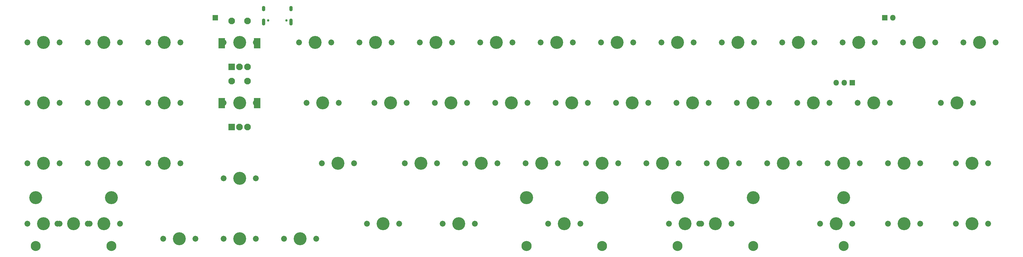
<source format=gbr>
%TF.GenerationSoftware,KiCad,Pcbnew,5.1.6+dfsg1-1*%
%TF.CreationDate,2020-11-05T21:56:46-08:00*%
%TF.ProjectId,SPM1800,53504d31-3830-4302-9e6b-696361645f70,rev?*%
%TF.SameCoordinates,Original*%
%TF.FileFunction,Soldermask,Top*%
%TF.FilePolarity,Negative*%
%FSLAX46Y46*%
G04 Gerber Fmt 4.6, Leading zero omitted, Abs format (unit mm)*
G04 Created by KiCad (PCBNEW 5.1.6+dfsg1-1) date 2020-11-05 21:56:46*
%MOMM*%
%LPD*%
G01*
G04 APERTURE LIST*
%ADD10O,1.800000X1.800000*%
%ADD11R,1.800000X1.800000*%
%ADD12R,2.100000X2.100000*%
%ADD13C,2.100000*%
%ADD14R,2.100000X3.300000*%
%ADD15C,1.850000*%
%ADD16C,4.087800*%
%ADD17O,1.100000X1.700000*%
%ADD18O,1.100000X2.200000*%
%ADD19C,0.750000*%
%ADD20C,3.148000*%
G04 APERTURE END LIST*
D10*
%TO.C,J2*%
X316357000Y-81407000D03*
X318897000Y-81407000D03*
D11*
X321437000Y-81407000D03*
%TD*%
%TO.C,J3*%
X120523000Y-60960000D03*
%TD*%
D12*
%TO.C,EC2*%
X125683000Y-95399000D03*
D13*
X128183000Y-95399000D03*
X130683000Y-95399000D03*
D14*
X122583000Y-87899000D03*
X133783000Y-87899000D03*
D13*
X125683000Y-80899000D03*
X130683000Y-80899000D03*
%TD*%
D12*
%TO.C,EC1*%
X125683000Y-76454000D03*
D13*
X128183000Y-76454000D03*
X130683000Y-76454000D03*
D14*
X122583000Y-68954000D03*
X133783000Y-68954000D03*
D13*
X125683000Y-61954000D03*
X130683000Y-61954000D03*
%TD*%
D15*
%TO.C,MX27*%
X276193250Y-87788750D03*
X266033250Y-87788750D03*
D16*
X271113250Y-87788750D03*
%TD*%
D15*
%TO.C,MX32*%
X71405750Y-106838750D03*
X61245750Y-106838750D03*
D16*
X66325750Y-106838750D03*
%TD*%
D15*
%TO.C,MX4*%
X133318250Y-68738750D03*
X123158250Y-68738750D03*
D16*
X128238250Y-68738750D03*
%TD*%
D15*
%TO.C,MX6*%
X176180750Y-68738750D03*
X166020750Y-68738750D03*
D16*
X171100750Y-68738750D03*
%TD*%
D15*
%TO.C,MX1*%
X71405750Y-68738750D03*
X61245750Y-68738750D03*
D16*
X66325750Y-68738750D03*
%TD*%
D17*
%TO.C,USB1*%
X144401000Y-58099000D03*
X135761000Y-58099000D03*
D18*
X144401000Y-62279000D03*
X135761000Y-62279000D03*
D19*
X137191000Y-61749000D03*
X142971000Y-61749000D03*
%TD*%
D16*
%TO.C,MX59*%
X87788750Y-117633750D03*
X63912750Y-117633750D03*
D20*
X87788750Y-132873750D03*
X63912750Y-132873750D03*
D15*
X80930750Y-125888750D03*
X70770750Y-125888750D03*
D16*
X75850750Y-125888750D03*
%TD*%
D15*
%TO.C,MX58*%
X364299500Y-125888750D03*
X354139500Y-125888750D03*
D16*
X359219500Y-125888750D03*
%TD*%
D15*
%TO.C,MX57*%
X342868250Y-125888750D03*
X332708250Y-125888750D03*
D16*
X337788250Y-125888750D03*
%TD*%
D15*
%TO.C,MX56*%
X321437000Y-125888750D03*
X311277000Y-125888750D03*
D16*
X316357000Y-125888750D03*
%TD*%
%TO.C,MX55*%
X290195000Y-117633750D03*
X266319000Y-117633750D03*
D20*
X290195000Y-132873750D03*
X266319000Y-132873750D03*
D15*
X283337000Y-125888750D03*
X273177000Y-125888750D03*
D16*
X278257000Y-125888750D03*
%TD*%
%TO.C,MX60*%
X318731900Y-117633750D03*
X218732100Y-117633750D03*
D20*
X318731900Y-132873750D03*
X218732100Y-132873750D03*
D15*
X273812000Y-125888750D03*
X263652000Y-125888750D03*
D16*
X268732000Y-125888750D03*
%TD*%
%TO.C,MX54*%
X242570000Y-117633750D03*
X218694000Y-117633750D03*
D20*
X242570000Y-132873750D03*
X218694000Y-132873750D03*
D15*
X235712000Y-125888750D03*
X225552000Y-125888750D03*
D16*
X230632000Y-125888750D03*
%TD*%
D15*
%TO.C,MX53*%
X202374500Y-125888750D03*
X192214500Y-125888750D03*
D16*
X197294500Y-125888750D03*
%TD*%
D15*
%TO.C,MX52*%
X178562000Y-125888750D03*
X168402000Y-125888750D03*
D16*
X173482000Y-125888750D03*
%TD*%
D15*
%TO.C,MX51*%
X152368250Y-130651250D03*
X142208250Y-130651250D03*
D16*
X147288250Y-130651250D03*
%TD*%
D15*
%TO.C,MX50*%
X133318250Y-130651250D03*
X123158250Y-130651250D03*
D16*
X128238250Y-130651250D03*
%TD*%
D15*
%TO.C,MX49*%
X114268250Y-130651250D03*
X104108250Y-130651250D03*
D16*
X109188250Y-130651250D03*
%TD*%
D15*
%TO.C,MX48*%
X90455750Y-125888750D03*
X80295750Y-125888750D03*
D16*
X85375750Y-125888750D03*
%TD*%
D15*
%TO.C,MX47*%
X71405750Y-125888750D03*
X61245750Y-125888750D03*
D16*
X66325750Y-125888750D03*
%TD*%
D15*
%TO.C,MX46*%
X364299500Y-106838750D03*
X354139500Y-106838750D03*
D16*
X359219500Y-106838750D03*
%TD*%
D15*
%TO.C,MX45*%
X342868250Y-106838750D03*
X332708250Y-106838750D03*
D16*
X337788250Y-106838750D03*
%TD*%
D15*
%TO.C,MX44*%
X323818250Y-106838750D03*
X313658250Y-106838750D03*
D16*
X318738250Y-106838750D03*
%TD*%
D15*
%TO.C,MX43*%
X304768250Y-106838750D03*
X294608250Y-106838750D03*
D16*
X299688250Y-106838750D03*
%TD*%
D15*
%TO.C,MX42*%
X285718250Y-106838750D03*
X275558250Y-106838750D03*
D16*
X280638250Y-106838750D03*
%TD*%
D15*
%TO.C,MX41*%
X266668250Y-106838750D03*
X256508250Y-106838750D03*
D16*
X261588250Y-106838750D03*
%TD*%
D15*
%TO.C,MX40*%
X247618250Y-106838750D03*
X237458250Y-106838750D03*
D16*
X242538250Y-106838750D03*
%TD*%
D15*
%TO.C,MX39*%
X228568250Y-106838750D03*
X218408250Y-106838750D03*
D16*
X223488250Y-106838750D03*
%TD*%
D15*
%TO.C,MX38*%
X209518250Y-106838750D03*
X199358250Y-106838750D03*
D16*
X204438250Y-106838750D03*
%TD*%
D15*
%TO.C,MX37*%
X190468250Y-106838750D03*
X180308250Y-106838750D03*
D16*
X185388250Y-106838750D03*
%TD*%
D15*
%TO.C,MX36*%
X164274500Y-106838750D03*
X154114500Y-106838750D03*
D16*
X159194500Y-106838750D03*
%TD*%
D15*
%TO.C,MX35*%
X133318250Y-111601250D03*
X123158250Y-111601250D03*
D16*
X128238250Y-111601250D03*
%TD*%
D15*
%TO.C,MX34*%
X109505750Y-106838750D03*
X99345750Y-106838750D03*
D16*
X104425750Y-106838750D03*
%TD*%
D15*
%TO.C,MX33*%
X90455750Y-106838750D03*
X80295750Y-106838750D03*
D16*
X85375750Y-106838750D03*
%TD*%
D15*
%TO.C,MX31*%
X359537000Y-87788750D03*
X349377000Y-87788750D03*
D16*
X354457000Y-87788750D03*
%TD*%
D15*
%TO.C,MX30*%
X333343250Y-87788750D03*
X323183250Y-87788750D03*
D16*
X328263250Y-87788750D03*
%TD*%
D15*
%TO.C,MX29*%
X314293250Y-87788750D03*
X304133250Y-87788750D03*
D16*
X309213250Y-87788750D03*
%TD*%
D15*
%TO.C,MX28*%
X295243250Y-87788750D03*
X285083250Y-87788750D03*
D16*
X290163250Y-87788750D03*
%TD*%
D15*
%TO.C,MX26*%
X257143250Y-87788750D03*
X246983250Y-87788750D03*
D16*
X252063250Y-87788750D03*
%TD*%
D15*
%TO.C,MX25*%
X238093250Y-87788750D03*
X227933250Y-87788750D03*
D16*
X233013250Y-87788750D03*
%TD*%
D15*
%TO.C,MX24*%
X219043250Y-87788750D03*
X208883250Y-87788750D03*
D16*
X213963250Y-87788750D03*
%TD*%
D15*
%TO.C,MX23*%
X199993250Y-87788750D03*
X189833250Y-87788750D03*
D16*
X194913250Y-87788750D03*
%TD*%
D15*
%TO.C,MX22*%
X180943250Y-87788750D03*
X170783250Y-87788750D03*
D16*
X175863250Y-87788750D03*
%TD*%
D15*
%TO.C,MX21*%
X159512000Y-87788750D03*
X149352000Y-87788750D03*
D16*
X154432000Y-87788750D03*
%TD*%
D15*
%TO.C,MX20*%
X133318250Y-87788750D03*
X123158250Y-87788750D03*
D16*
X128238250Y-87788750D03*
%TD*%
D15*
%TO.C,MX19*%
X109505750Y-87788750D03*
X99345750Y-87788750D03*
D16*
X104425750Y-87788750D03*
%TD*%
D15*
%TO.C,MX18*%
X90455750Y-87788750D03*
X80295750Y-87788750D03*
D16*
X85375750Y-87788750D03*
%TD*%
D15*
%TO.C,MX17*%
X71405750Y-87788750D03*
X61245750Y-87788750D03*
D16*
X66325750Y-87788750D03*
%TD*%
D15*
%TO.C,MX16*%
X366680750Y-68738750D03*
X356520750Y-68738750D03*
D16*
X361600750Y-68738750D03*
%TD*%
D15*
%TO.C,MX15*%
X347630750Y-68738750D03*
X337470750Y-68738750D03*
D16*
X342550750Y-68738750D03*
%TD*%
D15*
%TO.C,MX14*%
X328580750Y-68738750D03*
X318420750Y-68738750D03*
D16*
X323500750Y-68738750D03*
%TD*%
D15*
%TO.C,MX13*%
X309530750Y-68738750D03*
X299370750Y-68738750D03*
D16*
X304450750Y-68738750D03*
%TD*%
D15*
%TO.C,MX12*%
X290480750Y-68738750D03*
X280320750Y-68738750D03*
D16*
X285400750Y-68738750D03*
%TD*%
D15*
%TO.C,MX11*%
X271430750Y-68738750D03*
X261270750Y-68738750D03*
D16*
X266350750Y-68738750D03*
%TD*%
D15*
%TO.C,MX10*%
X252380750Y-68738750D03*
X242220750Y-68738750D03*
D16*
X247300750Y-68738750D03*
%TD*%
D15*
%TO.C,MX9*%
X233330750Y-68738750D03*
X223170750Y-68738750D03*
D16*
X228250750Y-68738750D03*
%TD*%
D15*
%TO.C,MX8*%
X214280750Y-68738750D03*
X204120750Y-68738750D03*
D16*
X209200750Y-68738750D03*
%TD*%
D15*
%TO.C,MX7*%
X195230750Y-68738750D03*
X185070750Y-68738750D03*
D16*
X190150750Y-68738750D03*
%TD*%
D15*
%TO.C,MX5*%
X157130750Y-68738750D03*
X146970750Y-68738750D03*
D16*
X152050750Y-68738750D03*
%TD*%
D15*
%TO.C,MX3*%
X109505750Y-68738750D03*
X99345750Y-68738750D03*
D16*
X104425750Y-68738750D03*
%TD*%
D15*
%TO.C,MX2*%
X90455750Y-68738750D03*
X80295750Y-68738750D03*
D16*
X85375750Y-68738750D03*
%TD*%
D10*
%TO.C,J1*%
X334264000Y-60960000D03*
D11*
X331724000Y-60960000D03*
%TD*%
M02*

</source>
